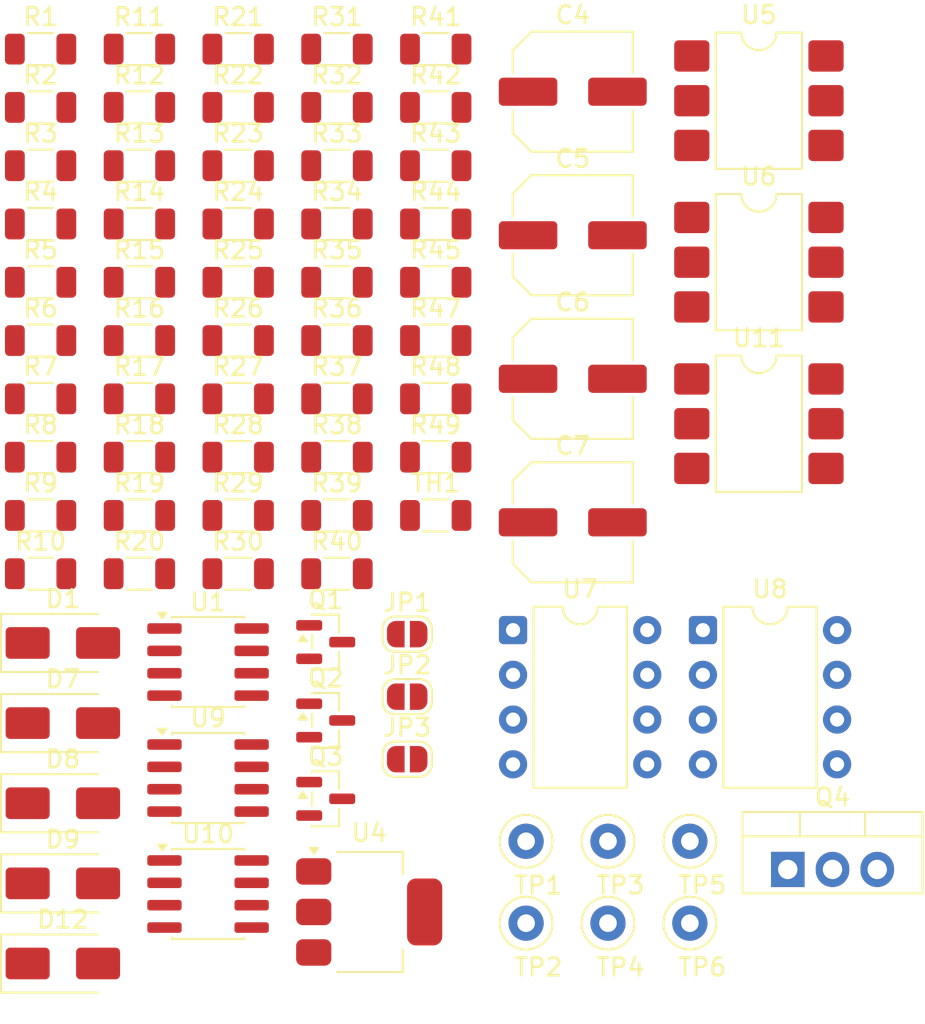
<source format=kicad_pcb>
(kicad_pcb (version 20241229) (generator "pcbnew") (generator_version "9.0")
  (layers (0 "F.Cu" signal) (2 "B.Cu" signal) (13 "F.Paste" user) (15 "B.Paste" user) (5 "F.SilkS" user "F.Silkscreen") (7 "B.SilkS" user "B.Silkscreen") (1 "F.Mask" user) (3 "B.Mask" user) (25 "Edge.Cuts" user))
  (net 0 "")
  (net 1 "GLV-")
  (net 2 "+12V")
  (net 3 "Net-(D1-K)")
  (net 4 "GLV+")
  (net 5 "+5V")
  (net 6 "Net-(D9-A)")
  (net 7 "Net-(D12-A)")
  (net 8 "/CFG0")
  (net 9 "/CFG1")
  (net 10 "/CFG2")
  (net 11 "Net-(Q1-G)")
  (net 12 "/PDOC_OK")
  (net 13 "Net-(Q2-B)")
  (net 14 "Net-(Q3-G)")
  (net 15 "Net-(Q4-D)")
  (net 16 "/SHUTDOWN")
  (net 17 "/CANH")
  (net 18 "/CANL")
  (net 19 "Net-(D2-K)")
  (net 20 "Net-(D3-K)")
  (net 21 "Net-(D4-K)")
  (net 22 "Net-(D5-K)")
  (net 23 "/PWR_OK")
  (net 24 "/SHTDN_OUT")
  (net 25 "/PRECH_STS")
  (net 26 "Net-(R10-Pad1)")
  (net 27 "/Fts")
  (net 28 "+3V3")
  (net 29 "/Faccu")
  (net 30 "GNDS")
  (net 31 "Net-(U7-IREF)")
  (net 32 "Net-(C9-Pad2)")
  (net 33 "+12P")
  (net 34 "Net-(R15-Pad2)")
  (net 35 "Net-(C10-Pad2)")
  (net 36 "Net-(U8-IREF)")
  (net 37 "Net-(R18-Pad1)")
  (net 38 "/SHTDN_CTRL")
  (net 39 "Net-(U7-IOUT)")
  (net 40 "Net-(U8-IOUT)")
  (net 41 "Net-(U7-RC)")
  (net 42 "Net-(U8-RC)")
  (net 43 "Net-(U9B--)")
  (net 44 "Net-(U7-CIN)")
  (net 45 "Net-(U10A-+)")
  (net 46 "Net-(U8-CIN)")
  (net 47 "Net-(U9A--)")
  (net 48 "Net-(U10A--)")
  (net 49 "Net-(R30-Pad1)")
  (net 50 "/VinAccu")
  (net 51 "Net-(R31-Pad2)")
  (net 52 "Net-(R32-Pad2)")
  (net 53 "/VinTS")
  (net 54 "Net-(R33-Pad2)")
  (net 55 "Net-(R34-Pad2)")
  (net 56 "Net-(R35-Pad1)")
  (net 57 "Net-(R36-Pad2)")
  (net 58 "Net-(R37-Pad2)")
  (net 59 "Net-(D10-K)")
  (net 60 "Net-(R40-Pad2)")
  (net 61 "Net-(R41-Pad2)")
  (net 62 "Net-(D11-K)")
  (net 63 "/PRECHG")
  (net 64 "/TS-")
  (net 65 "/FoutTS")
  (net 66 "/FoutAccu")
  (net 67 "/CANRX")
  (net 68 "/CANTX")
  (footprint "Package_DIP:DIP-8_W7.62mm" (layer "F.Cu") (at 29.135 34.145)
    (property "Reference" "U7" (at 3.81 -2.33 0) (layer "F.SilkS"))
    (property "Value" "LM331")
    (pad "1" thru_hole roundrect (at 0 0) (size 1.6 1.6) (drill 0.8) (layers "*.Cu" "*.Mask") (roundrect_rratio 0.15625) (net 39 "Net-(U7-IOUT)"))
    (pad "2" thru_hole circle (at 0 2.54) (size 1.6 1.6) (drill 0.8) (layers "*.Cu" "*.Mask") (net 31 "Net-(U7-IREF)"))
    (pad "3" thru_hole circle (at 0 5.08) (size 1.6 1.6) (drill 0.8) (layers "*.Cu" "*.Mask") (net 65 "/FoutTS"))
    (pad "4" thru_hole circle (at 0 7.62) (size 1.6 1.6) (drill 0.8) (layers "*.Cu" "*.Mask") (net 30 "GNDS"))
    (pad "5" thru_hole circle (at 7.62 7.62) (size 1.6 1.6) (drill 0.8) (layers "*.Cu" "*.Mask") (net 41 "Net-(U7-RC)"))
    (pad "6" thru_hole circle (at 7.62 5.08) (size 1.6 1.6) (drill 0.8) (layers "*.Cu" "*.Mask") (net 39 "Net-(U7-IOUT)"))
    (pad "7" thru_hole circle (at 7.62 2.54) (size 1.6 1.6) (drill 0.8) (layers "*.Cu" "*.Mask") (net 44 "Net-(U7-CIN)"))
    (pad "8" thru_hole circle (at 7.62 0) (size 1.6 1.6) (drill 0.8) (layers "*.Cu" "*.Mask") (net 33 "+12P"))
  )
  (footprint "Resistor_SMD:R_1206_3216Metric" (layer "F.Cu") (at 2.305 1.155)
    (property "Reference" "R1" (at 0 -1.83 0) (layer "F.SilkS"))
    (property "Value" "160")
    (pad "1" smd roundrect (at -1.4625 0) (size 1.125 1.75) (layers "F.Cu" "F.Mask" "F.Paste") (roundrect_rratio 0.222222) (net 17 "/CANH"))
    (pad "2" smd roundrect (at 1.4625 0) (size 1.125 1.75) (layers "F.Cu" "F.Mask" "F.Paste") (roundrect_rratio 0.222222) (net 18 "/CANL"))
  )
  (footprint "Resistor_SMD:R_1206_3216Metric" (layer "F.Cu") (at 13.525 14.395)
    (property "Reference" "R25" (at 0 -1.83 0) (layer "F.SilkS"))
    (property "Value" "100k")
    (pad "1" smd roundrect (at -1.4625 0) (size 1.125 1.75) (layers "F.Cu" "F.Mask" "F.Paste") (roundrect_rratio 0.222222) (net 43 "Net-(U9B--)"))
    (pad "2" smd roundrect (at 1.4625 0) (size 1.125 1.75) (layers "F.Cu" "F.Mask" "F.Paste") (roundrect_rratio 0.222222) (net 44 "Net-(U7-CIN)"))
  )
  (footprint "Diode_SMD:D_SMA" (layer "F.Cu") (at 3.57 53.075)
    (property "Reference" "D12" (at 0 -2.5 0) (layer "F.SilkS"))
    (property "Value" "D")
    (pad "1" smd roundrect (at -2 0) (size 2.5 1.8) (layers "F.Cu" "F.Mask" "F.Paste") (roundrect_rratio 0.1388888889) (net 2 "+12V"))
    (pad "2" smd roundrect (at 2 0) (size 2.5 1.8) (layers "F.Cu" "F.Mask" "F.Paste") (roundrect_rratio 0.1388888889) (net 7 "Net-(D12-A)"))
  )
  (footprint "TestPoint:TestPoint_Loop_D2.50mm_Drill1.0mm_LowProfile" (layer "F.Cu") (at 39.175 50.785)
    (property "Reference" "TP6" (at 0.7 2.5 0) (layer "F.SilkS"))
    (property "Value" "TestPoint")
    (pad "1" thru_hole circle (at 0 0) (size 2 2) (drill 1) (layers "*.Cu" "*.Mask") (net 62 "Net-(D11-K)"))
  )
  (footprint "Package_TO_SOT_THT:TO-220-3_Vertical" (layer "F.Cu") (at 44.735 47.735)
    (property "Reference" "Q4" (at 2.54 -4.1 0) (layer "F.SilkS"))
    (property "Value" "PMOS")
    (pad "1" thru_hole rect (at 0 0) (size 1.905 2) (drill 1.1) (layers "*.Cu" "*.Mask") (net 15 "Net-(Q4-D)"))
    (pad "2" thru_hole oval (at 2.54 0) (size 1.905 2) (drill 1.1) (layers "*.Cu" "*.Mask") (net 16 "/SHUTDOWN"))
    (pad "3" thru_hole oval (at 5.08 0) (size 1.905 2) (drill 1.1) (layers "*.Cu" "*.Mask") (net 4 "GLV+"))
  )
  (footprint "Resistor_SMD:R_1206_3216Metric" (layer "F.Cu") (at 19.135 17.705)
    (property "Reference" "R36" (at 0 -1.83 0) (layer "F.SilkS"))
    (property "Value" "510k")
    (pad "1" smd roundrect (at -1.4625 0) (size 1.125 1.75) (layers "F.Cu" "F.Mask" "F.Paste") (roundrect_rratio 0.222222) (net 52 "Net-(R32-Pad2)"))
    (pad "2" smd roundrect (at 1.4625 0) (size 1.125 1.75) (layers "F.Cu" "F.Mask" "F.Paste") (roundrect_rratio 0.222222) (net 57 "Net-(R36-Pad2)"))
  )
  (footprint "Resistor_SMD:R_1206_3216Metric" (layer "F.Cu") (at 2.305 21.015)
    (property "Reference" "R7" (at 0 -1.83 0) (layer "F.SilkS"))
    (property "Value" "6k8")
    (pad "1" smd roundrect (at -1.4625 0) (size 1.125 1.75) (layers "F.Cu" "F.Mask" "F.Paste") (roundrect_rratio 0.222222) (net 23 "/PWR_OK"))
    (pad "2" smd roundrect (at 1.4625 0) (size 1.125 1.75) (layers "F.Cu" "F.Mask" "F.Paste") (roundrect_rratio 0.222222) (net 1 "GLV-"))
  )
  (footprint "Resistor_SMD:R_1206_3216Metric" (layer "F.Cu") (at 24.745 27.635)
    (property "Reference" "TH1" (at 0 -1.83 0) (layer "F.SilkS"))
    (property "Value" "TFPT1206L1002FM")
    (pad "1" smd roundrect (at -1.4625 0) (size 1.125 1.75) (layers "F.Cu" "F.Mask" "F.Paste") (roundrect_rratio 0.222222) (net 48 "Net-(U10A--)"))
    (pad "2" smd roundrect (at 1.4625 0) (size 1.125 1.75) (layers "F.Cu" "F.Mask" "F.Paste") (roundrect_rratio 0.222222) (net 33 "+12P"))
  )
  (footprint "Resistor_SMD:R_1206_3216Metric" (layer "F.Cu") (at 7.915 24.325)
    (property "Reference" "R18" (at 0 -1.83 0) (layer "F.SilkS"))
    (property "Value" "560")
    (pad "1" smd roundrect (at -1.4625 0) (size 1.125 1.75) (layers "F.Cu" "F.Mask" "F.Paste") (roundrect_rratio 0.222222) (net 37 "Net-(R18-Pad1)"))
    (pad "2" smd roundrect (at 1.4625 0) (size 1.125 1.75) (layers "F.Cu" "F.Mask" "F.Paste") (roundrect_rratio 0.222222) (net 33 "+12P"))
  )
  (footprint "Package_TO_SOT_SMD:SOT-23" (layer "F.Cu") (at 18.495 43.725)
    (property "Reference" "Q3" (at 0 -2.4 0) (layer "F.SilkS"))
    (property "Value" "2N7002")
    (pad "1" smd roundrect (at -0.9375 -0.95) (size 1.475 0.6) (layers "F.Cu" "F.Mask" "F.Paste") (net 14 "Net-(Q3-G)"))
    (pad "2" smd roundrect (at -0.9375 0.95) (size 1.475 0.6) (layers "F.Cu" "F.Mask" "F.Paste") (net 1 "GLV-"))
    (pad "3" smd roundrect (at 0.9375 0) (size 1.475 0.6) (layers "F.Cu" "F.Mask" "F.Paste") (net 7 "Net-(D12-A)"))
  )
  (footprint "Resistor_SMD:R_1206_3216Metric" (layer "F.Cu") (at 2.305 30.945)
    (property "Reference" "R10" (at 0 -1.83 0) (layer "F.SilkS"))
    (property "Value" "6k8")
    (pad "1" smd roundrect (at -1.4625 0) (size 1.125 1.75) (layers "F.Cu" "F.Mask" "F.Paste") (roundrect_rratio 0.222222) (net 26 "Net-(R10-Pad1)"))
    (pad "2" smd roundrect (at 1.4625 0) (size 1.125 1.75) (layers "F.Cu" "F.Mask" "F.Paste") (roundrect_rratio 0.222222) (net 1 "GLV-"))
  )
  (footprint "TestPoint:TestPoint_Loop_D2.50mm_Drill1.0mm_LowProfile" (layer "F.Cu") (at 39.175 46.135)
    (property "Reference" "TP5" (at 0.7 2.5 0) (layer "F.SilkS"))
    (property "Value" "TestPoint")
    (pad "1" thru_hole circle (at 0 0) (size 2 2) (drill 1) (layers "*.Cu" "*.Mask") (net 59 "Net-(D10-K)"))
  )
  (footprint "Capacitor_SMD:C_Elec_6.3x5.4" (layer "F.Cu") (at 32.525 11.725)
    (property "Reference" "C5" (at 0 -4.35 0) (layer "F.SilkS"))
    (property "Value" "220u")
    (pad "1" smd roundrect (at -2.5375 0) (size 3.325 1.6) (layers "F.Cu" "F.Mask" "F.Paste") (roundrect_rratio 0.15625) (net 2 "+12V"))
    (pad "2" smd roundrect (at 2.5375 0) (size 3.325 1.6) (layers "F.Cu" "F.Mask" "F.Paste") (roundrect_rratio 0.15625) (net 1 "GLV-"))
  )
  (footprint "Package_TO_SOT_SMD:SOT-223-3_TabPin2" (layer "F.Cu") (at 20.965 50.15)
    (property "Reference" "U4" (at 0 -4.5 0) (layer "F.SilkS"))
    (property "Value" "LM1117-5.0")
    (pad "1" smd roundrect (at -3.15 -2.3) (size 2 1.5) (layers "F.Cu" "F.Mask" "F.Paste") (net 1 "GLV-"))
    (pad "2" smd roundrect (at -3.15 0) (size 2 1.5) (layers "F.Cu" "F.Mask" "F.Paste") (net 5 "+5V"))
    (pad "2" smd roundrect (at 3.15 0) (size 2 3.8) (layers "F.Cu" "F.Mask" "F.Paste") (net 5 "+5V"))
    (pad "3" smd roundrect (at -3.15 2.3) (size 2 1.5) (layers "F.Cu" "F.Mask" "F.Paste") (net 2 "+12V"))
  )
  (footprint "TestPoint:TestPoint_Loop_D2.50mm_Drill1.0mm_LowProfile" (layer "F.Cu") (at 29.875 50.785)
    (property "Reference" "TP2" (at 0.7 2.5 0) (layer "F.SilkS"))
    (property "Value" "TestPoint")
    (pad "1" thru_hole circle (at 0 0) (size 2 2) (drill 1) (layers "*.Cu" "*.Mask") (net 29 "/Faccu"))
  )
  (footprint "Resistor_SMD:R_1206_3216Metric" (layer "F.Cu") (at 19.135 27.635)
    (property "Reference" "R39" (at 0 -1.83 0) (layer "F.SilkS"))
    (property "Value" "39k")
    (pad "1" smd roundrect (at -1.4625 0) (size 1.125 1.75) (layers "F.Cu" "F.Mask" "F.Paste") (roundrect_rratio 0.222222) (net 59 "Net-(D10-K)"))
    (pad "2" smd roundrect (at 1.4625 0) (size 1.125 1.75) (layers "F.Cu" "F.Mask" "F.Paste") (roundrect_rratio 0.222222) (net 30 "GNDS"))
  )
  (footprint "Resistor_SMD:R_1206_3216Metric" (layer "F.Cu") (at 24.745 1.155)
    (property "Reference" "R41" (at 0 -1.83 0) (layer "F.SilkS"))
    (property "Value" "510k")
    (pad "1" smd roundrect (at -1.4625 0) (size 1.125 1.75) (layers "F.Cu" "F.Mask" "F.Paste") (roundrect_rratio 0.222222) (net 60 "Net-(R40-Pad2)"))
    (pad "2" smd roundrect (at 1.4625 0) (size 1.125 1.75) (layers "F.Cu" "F.Mask" "F.Paste") (roundrect_rratio 0.222222) (net 61 "Net-(R41-Pad2)"))
  )
  (footprint "Diode_SMD:D_SMA" (layer "F.Cu") (at 3.57 39.425)
    (property "Reference" "D7" (at 0 -2.5 0) (layer "F.SilkS"))
    (property "Value" "D")
    (pad "1" smd roundrect (at -2 0) (size 2.5 1.8) (layers "F.Cu" "F.Mask" "F.Paste") (roundrect_rratio 0.1388888889) (net 2 "+12V"))
    (pad "2" smd roundrect (at 2 0) (size 2.5 1.8) (layers "F.Cu" "F.Mask" "F.Paste") (roundrect_rratio 0.1388888889) (net 4 "GLV+"))
  )
  (footprint "TestPoint:TestPoint_Loop_D2.50mm_Drill1.0mm_LowProfile" (layer "F.Cu") (at 34.525 46.135)
    (property "Reference" "TP3" (at 0.7 2.5 0) (layer "F.SilkS"))
    (property "Value" "TestPoint")
    (pad "1" thru_hole circle (at 0 0) (size 2 2) (drill 1) (layers "*.Cu" "*.Mask") (net 65 "/FoutTS"))
  )
  (footprint "Resistor_SMD:R_1206_3216Metric" (layer "F.Cu") (at 13.525 24.325)
    (property "Reference" "R28" (at 0 -1.83 0) (layer "F.SilkS"))
    (property "Value" "100k")
    (pad "1" smd roundrect (at -1.4625 0) (size 1.125 1.75) (layers "F.Cu" "F.Mask" "F.Paste") (roundrect_rratio 0.222222) (net 47 "Net-(U9A--)"))
    (pad "2" smd roundrect (at 1.4625 0) (size 1.125 1.75) (layers "F.Cu" "F.Mask" "F.Paste") (roundrect_rratio 0.222222) (net 46 "Net-(U8-CIN)"))
  )
  (footprint "Resistor_SMD:R_1206_3216Metric" (layer "F.Cu") (at 7.915 1.155)
    (property "Reference" "R11" (at 0 -1.83 0) (layer "F.SilkS"))
    (property "Value" "1k5")
    (pad "1" smd roundrect (at -1.4625 0) (size 1.125 1.75) (layers "F.Cu" "F.Mask" "F.Paste") (roundrect_rratio 0.222222) (net 27 "/Fts"))
    (pad "2" smd roundrect (at 1.4625 0) (size 1.125 1.75) (layers "F.Cu" "F.Mask" "F.Paste") (roundrect_rratio 0.222222) (net 28 "+3V3"))
  )
  (footprint "Resistor_SMD:R_1206_3216Metric" (layer "F.Cu") (at 13.525 7.775)
    (property "Reference" "R23" (at 0 -1.83 0) (layer "F.SilkS"))
    (property "Value" "6k8")
    (pad "1" smd roundrect (at -1.4625 0) (size 1.125 1.75) (layers "F.Cu" "F.Mask" "F.Paste") (roundrect_rratio 0.222222) (net 41 "Net-(U7-RC)"))
    (pad "2" smd roundrect (at 1.4625 0) (size 1.125 1.75) (layers "F.Cu" "F.Mask" "F.Paste") (roundrect_rratio 0.222222) (net 33 "+12P"))
  )
  (footprint "Resistor_SMD:R_1206_3216Metric" (layer "F.Cu") (at 7.915 27.635)
    (property "Reference" "R19" (at 0 -1.83 0) (layer "F.SilkS"))
    (property "Value" "220")
    (pad "1" smd roundrect (at -1.4625 0) (size 1.125 1.75) (layers "F.Cu" "F.Mask" "F.Paste") (roundrect_rratio 0.222222) (net 11 "Net-(Q1-G)"))
    (pad "2" smd roundrect (at 1.4625 0) (size 1.125 1.75) (layers "F.Cu" "F.Mask" "F.Paste") (roundrect_rratio 0.222222) (net 38 "/SHTDN_CTRL"))
  )
  (footprint "Resistor_SMD:R_1206_3216Metric" (layer "F.Cu") (at 13.525 1.155)
    (property "Reference" "R21" (at 0 -1.83 0) (layer "F.SilkS"))
    (property "Value" "10k")
    (pad "1" smd roundrect (at -1.4625 0) (size 1.125 1.75) (layers "F.Cu" "F.Mask" "F.Paste") (roundrect_rratio 0.222222) (net 11 "Net-(Q1-G)"))
    (pad "2" smd roundrect (at 1.4625 0) (size 1.125 1.75) (layers "F.Cu" "F.Mask" "F.Paste") (roundrect_rratio 0.222222) (net 1 "GLV-"))
  )
  (footprint "Resistor_SMD:R_1206_3216Metric" (layer "F.Cu") (at 7.915 7.775)
    (property "Reference" "R13" (at 0 -1.83 0) (layer "F.SilkS"))
    (property "Value" "12k")
    (pad "1" smd roundrect (at -1.4625 0) (size 1.125 1.75) (layers "F.Cu" "F.Mask" "F.Paste") (roundrect_rratio 0.222222) (net 30 "GNDS"))
    (pad "2" smd roundrect (at 1.4625 0) (size 1.125 1.75) (layers "F.Cu" "F.Mask" "F.Paste") (roundrect_rratio 0.222222) (net 31 "Net-(U7-IREF)"))
  )
  (footprint "Package_DIP:DIP-8_W7.62mm" (layer "F.Cu") (at 39.915 34.145)
    (property "Reference" "U8" (at 3.81 -2.33 0) (layer "F.SilkS"))
    (property "Value" "LM331")
    (pad "1" thru_hole roundrect (at 0 0) (size 1.6 1.6) (drill 0.8) (layers "*.Cu" "*.Mask") (roundrect_rratio 0.15625) (net 40 "Net-(U8-IOUT)"))
    (pad "2" thru_hole circle (at 0 2.54) (size 1.6 1.6) (drill 0.8) (layers "*.Cu" "*.Mask") (net 36 "Net-(U8-IREF)"))
    (pad "3" thru_hole circle (at 0 5.08) (size 1.6 1.6) (drill 0.8) (layers "*.Cu" "*.Mask") (net 66 "/FoutAccu"))
    (pad "4" thru_hole circle (at 0 7.62) (size 1.6 1.6) (drill 0.8) (layers "*.Cu" "*.Mask") (net 30 "GNDS"))
    (pad "5" thru_hole circle (at 7.62 7.62) (size 1.6 1.6) (drill 0.8) (layers "*.Cu" "*.Mask") (net 42 "Net-(U8-RC)"))
    (pad "6" thru_hole circle (at 7.62 5.08) (size 1.6 1.6) (drill 0.8) (layers "*.Cu" "*.Mask") (net 40 "Net-(U8-IOUT)"))
    (pad "7" thru_hole circle (at 7.62 2.54) (size 1.6 1.6) (drill 0.8) (layers "*.Cu" "*.Mask") (net 46 "Net-(U8-CIN)"))
    (pad "8" thru_hole circle (at 7.62 0) (size 1.6 1.6) (drill 0.8) (layers "*.Cu" "*.Mask") (net 33 "+12P"))
  )
  (footprint "Resistor_SMD:R_1206_3216Metric" (layer "F.Cu") (at 24.745 14.395)
    (property "Reference" "R45" (at 0 -1.83 0) (layer "F.SilkS"))
    (property "Value" "10k")
    (pad "1" smd roundrect (at -1.4625 0) (size 1.125 1.75) (layers "F.Cu" "F.Mask" "F.Paste") (roundrect_rratio 0.222222) (net 12 "/PDOC_OK"))
    (pad "2" smd roundrect (at 1.4625 0) (size 1.125 1.75) (layers "F.Cu" "F.Mask" "F.Paste") (roundrect_rratio 0.222222) (net 1 "GLV-"))
  )
  (footprint "Capacitor_SMD:C_Elec_6.3x5.4" (layer "F.Cu") (at 32.525 28.025)
    (property "Reference" "C7" (at 0 -4.35 0) (layer "F.SilkS"))
    (property "Value" "220u")
    (pad "1" smd roundrect (at -2.5375 0) (size 3.325 1.6) (layers "F.Cu" "F.Mask" "F.Paste") (roundrect_rratio 0.15625) (net 2 "+12V"))
    (pad "2" smd roundrect (at 2.5375 0) (size 3.325 1.6) (layers "F.Cu" "F.Mask" "F.Paste") (roundrect_rratio 0.15625) (net 1 "GLV-"))
  )
  (footprint "Package_DIP:SMDIP-6_W7.62mm" (layer "F.Cu") (at 43.095 13.255)
    (property "Reference" "U6" (at 0 -4.87 0) (layer "F.SilkS"))
    (property "Value" "4N35")
    (pad "1" smd roundrect (at -3.81 -2.54) (size 2 1.78) (layers "F.Cu" "F.Mask" "F.Paste") (roundrect_rratio 0.140449) (net 37 "Net-(R18-Pad1)"))
    (pad "2" smd roundrect (at -3.81 0) (size 2 1.78) (layers "F.Cu" "F.Mask" "F.Paste") (roundrect_rratio 0.140449) (net 66 "/FoutAccu"))
    (pad "3" smd roundrect (at -3.81 2.54) (size 2 1.78) (layers "F.Cu" "F.Mask" "F.Paste") (roundrect_rratio 0.140449))
    (pad "4" smd roundrect (at 3.81 2.54) (size 2 1.78) (layers "F.Cu" "F.Mask" "F.Paste") (roundrect_rratio 0.140449) (net 1 "GLV-"))
    (pad "5" smd roundrect (at 3.81 0) (size 2 1.78) (layers "F.Cu" "F.Mask" "F.Paste") (roundrect_rratio 0.140449) (net 29 "/Faccu"))
    (pad "6" smd roundrect (at 3.81 -2.54) (size 2 1.78) (layers "F.Cu" "F.Mask" "F.Paste") (roundrect_rratio 0.140449))
  )
  (footprint "Resistor_SMD:R_1206_3216Metric" (layer "F.Cu") (at 2.305 7.775)
    (property "Reference" "R3" (at 0 -1.83 0) (layer "F.SilkS"))
    (property "Value" "200")
    (pad "1" smd roundrect (at -1.4625 0) (size 1.125 1.75) (layers "F.Cu" "F.Mask" "F.Paste") (roundrect_rratio 0.222222) (net 20 "Net-(D3-K)"))
    (pad "2" smd roundrect (at 1.4625 0) (size 1.125 1.75) (layers "F.Cu" "F.Mask" "F.Paste") (roundrect_rratio 0.222222) (net 1 "GLV-"))
  )
  (footprint "Resistor_SMD:R_1206_3216Metric" (layer "F.Cu") (at 24.745 11.085)
    (property "Reference" "R44" (at 0 -1.83 0) (layer "F.SilkS"))
    (property "Value" "10k")
    (pad "1" smd roundrect (at -1.4625 0) (size 1.125 1.75) (layers "F.Cu" "F.Mask" "F.Paste") (roundrect_rratio 0.222222) (net 13 "Net-(Q2-B)"))
    (pad "2" smd roundrect (at 1.4625 0) (size 1.125 1.75) (layers "F.Cu" "F.Mask" "F.Paste") (roundrect_rratio 0.222222) (net 2 "+12V"))
  )
  (footprint "Package_TO_SOT_SMD:SOT-23" (layer "F.Cu") (at 18.495 34.825)
    (property "Reference" "Q1" (at 0 -2.4 0) (layer "F.SilkS"))
    (property "Value" "2N7002")
    (pad "1" smd roundrect (at -0.9375 -0.95) (size 1.475 0.6) (layers "F.Cu" "F.Mask" "F.Paste") (net 11 "Net-(Q1-G)"))
    (pad "2" smd roundrect (at -0.9375 0.95) (size 1.475 0.6) (layers "F.Cu" "F.Mask" "F.Paste") (net 1 "GLV-"))
    (pad "3" smd roundrect (at 0.9375 0) (size 1.475 0.6) (layers "F.Cu" "F.Mask" "F.Paste") (net 6 "Net-(D9-A)"))
  )
  (footprint "Resistor_SMD:R_1206_3216Metric" (layer "F.Cu") (at 7.915 30.945)
    (property "Reference" "R20" (at 0 -1.83 0) (layer "F.SilkS"))
    (property "Value" "100k")
    (pad "1" smd roundrect (at -1.4625 0) (size 1.125 1.75) (layers "F.Cu" "F.Mask" "F.Paste") (roundrect_rratio 0.222222) (net 39 "Net-(U7-IOUT)"))
    (pad "2" smd roundrect (at 1.4625 0) (size 1.125 1.75) (layers "F.Cu" "F.Mask" "F.Paste") (roundrect_rratio 0.222222) (net 32 "Net-(C9-Pad2)"))
  )
  (footprint "Package_SO:SOIC-8_3.9x4.9mm_P1.27mm" (layer "F.Cu") (at 11.815 35.96)
    (property "Reference" "U1" (at 0 -3.4 0) (layer "F.SilkS"))
    (property "Value" "TJA1051T-3")
    (pad "1" smd roundrect (at -2.475 -1.905) (size 1.95 0.6) (layers "F.Cu" "F.Mask" "F.Paste") (net 68 "/CANTX"))
    (pad "2" smd roundrect (at -2.475 -0.635) (size 1.95 0.6) (layers "F.Cu" "F.Mask" "F.Paste") (net 1 "GLV-"))
    (pad "3" smd roundrect (at -2.475 0.635) (size 1.95 0.6) (layers "F.Cu" "F.Mask" "F.Paste") (net 5 "+5V"))
    (pad "4" smd roundrect (at -2.475 1.905) (size 1.95 0.6) (layers "F.Cu" "F.Mask" "F.Paste") (net 67 "/CANRX"))
    (pad "5" smd roundrect (at 2.475 1.905) (size 1.95 0.6) (layers "F.Cu" "F.Mask" "F.Paste") (net 28 "+3V3"))
    (pad "6" smd roundrect (at 2.475 0.635) (size 1.95 0.6) (layers "F.Cu" "F.Mask" "F.Paste") (net 18 "/CANL"))
    (pad "7" smd roundrect (at 2.475 -0.635) (size 1.95 0.6) (layers "F.Cu" "F.Mask" "F.Paste") (net 17 "/CANH"))
    (pad "8" smd roundrect (at 2.475 -1.905) (size 1.95 0.6) (layers "F.Cu" "F.Mask" "F.Paste") (net 1 "GLV-"))
  )
  (footprint "Resistor_SMD:R_1206_3216Metric" (layer "F.Cu") (at 2.305 11.085)
    (property "Reference" "R4" (at 0 -1.83 0) (layer "F.SilkS"))
    (property "Value" "200")
    (pad "1" smd roundrect (at -1.4625 0) (size 1.125 1.75) (layers "F.Cu" "F.Mask" "F.Paste") (roundrect_rratio 0.222222) (net 21 "Net-(D4-K)"))
    (pad "2" smd roundrect (at 1.4625 0) (size 1.125 1.75) (layers "F.Cu" "F.Mask" "F.Paste") (roundrect_rratio 0.222222) (net 1 "GLV-"))
  )
  (footprint "Diode_SMD:D_SMA" (layer "F.Cu") (at 3.57 43.975)
    (property "Reference" "D8" (at 0 -2.5 0) (layer "F.SilkS"))
    (property "Value" "D")
    (pad "1" smd roundrect (at -2 0) (size 2.5 1.8) (layers "F.Cu" "F.Mask" "F.Paste") (roundrect_rratio 0.1388888889) (net 2 "+12V"))
    (pad "2" smd roundrect (at 2 0) (size 2.5 1.8) (layers "F.Cu" "F.Mask" "F.Paste") (roundrect_rratio 0.1388888889) (net 5 "+5V"))
  )
  (footprint "Package_SO:SOIC-8_3.9x4.9mm_P1.27mm" (layer "F.Cu") (at 11.815 42.545)
    (property "Reference" "U9" (at 0 -3.4 0) (layer "F.SilkS"))
    (property "Value" "LM2904")
    (pad "1" smd roundrect (at -2.475 -1.905) (size 1.95 0.6) (layers "F.Cu" "F.Mask" "F.Paste") (net 47 "Net-(U9A--)"))
    (pad "2" smd roundrect (at -2.475 -0.635) (size 1.95 0.6) (layers "F.Cu" "F.Mask" "F.Paste") (net 47 "Net-(U9A--)"))
    (pad "3" smd roundrect (at -2.475 0.635) (size 1.95 0.6) (layers "F.Cu" "F.Mask" "F.Paste") (net 59 "Net-(D10-K)"))
    (pad "4" smd roundrect (at -2.475 1.905) (size 1.95 0.6) (layers "F.Cu" "F.Mask" "F.Paste") (net 30 "GNDS"))
    (pad "5" smd roundrect (at 2.475 1.905) (size 1.95 0.6) (layers "F.Cu" "F.Mask" "F.Paste") (net 62 "Net-(D11-K)"))
    (pad "6" smd roundrect (at 2.475 0.635) (size 1.95 0.6) (layers "F.Cu" "F.Mask" "F.Paste") (net 43 "Net-(U9B--)"))
    (pad "7" smd roundrect (at 2.475 -0.635) (size 1.95 0.6) (layers "F.Cu" "F.Mask" "F.Paste") (net 43 "Net-(U9B--)"))
    (pad "8" smd roundrect (at 2.475 -1.905) (size 1.95 0.6) (layers "F.Cu" "F.Mask" "F.Paste") (net 33 "+12P"))
  )
  (footprint "Resistor_SMD:R_1206_3216Metric" (layer "F.Cu") (at 2.305 24.325)
    (property "Reference" "R8" (at 0 -1.83 0) (layer "F.SilkS"))
    (property "Value" "10k")
    (pad "1" smd roundrect (at -1.4625 0) (size 1.125 1.75) (layers "F.Cu" "F.Mask" "F.Paste") (roundrect_rratio 0.222222) (net 25 "/PRECH_STS"))
    (pad "2" smd roundrect (at 1.4625 0) (size 1.125 1.75) (layers "F.Cu" "F.Mask" "F.Paste") (roundrect_rratio 0.222222) (net 24 "/SHTDN_OUT"))
  )
  (footprint "Resistor_SMD:R_1206_3216Metric" (layer "F.Cu") (at 19.135 11.085)
    (property "Reference" "R34" (at 0 -1.83 0) (layer "F.SilkS"))
    (property "Value" "510k")
    (pad "1" smd roundrect (at -1.4625 0) (size 1.125 1.75) (layers "F.Cu" "F.Mask" "F.Paste") (roundrect_rratio 0.222222) (net 54 "Net-(R33-Pad2)"))
    (pad "2" smd roundrect (at 1.4625 0) (size 1.125 1.75) (layers "F.Cu" "F.Mask" "F.Paste") (roundrect_rratio 0.222222) (net 55 "Net-(R34-Pad2)"))
  )
  (footprint "Resistor_SMD:R_1206_3216Metric" (layer "F.Cu") (at 19.135 7.775)
    (property "Reference" "R33" (at 0 -1.83 0) (layer "F.SilkS"))
    (property "Value" "510k")
    (pad "1" smd roundrect (at -1.4625 0) (size 1.125 1.75) (layers "F.Cu" "F.Mask" "F.Paste") (roundrect_rratio 0.222222) (net 53 "/VinTS"))
    (pad "2" smd roundrect (at 1.4625 0) (size 1.125 1.75) (layers "F.Cu" "F.Mask" "F.Paste") (roundrect_rratio 0.222222) (net 54 "Net-(R33-Pad2)"))
  )
  (footprint "Diode_SMD:D_SMA" (layer "F.Cu") (at 3.57 48.525)
    (property "Reference" "D9" (at 0 -2.5 0) (layer "F.SilkS"))
    (property "Value" "D")
    (pad "1" smd roundrect (at -2 0) (size 2.5 1.8) (layers "F.Cu" "F.Mask" "F.Paste") (roundrect_rratio 0.1388888889) (net 2 "+12V"))
    (pad "2" smd roundrect (at 2 0) (size 2.5 1.8) (layers "F.Cu" "F.Mask" "F.Paste") (roundrect_rratio 0.1388888889) (net 6 "Net-(D9-A)"))
  )
  (footprint "Resistor_SMD:R_1206_3216Metric" (layer "F.Cu") (at 19.135 1.155)
    (property "Reference" "R31" (at 0 -1.83 0) (layer "F.SilkS"))
    (property "Value" "510k")
    (pad "1" smd roundrect (at -1.4625 0) (size 1.125 1.75) (layers "F.Cu" "F.Mask" "F.Paste") (roundrect_rratio 0.222222) (net 50 "/VinAccu"))
    (pad "2" smd roundrect (at 1.4625 0) (size 1.125 1.75) (layers "F.Cu" "F.Mask" "F.Paste") (roundrect_rratio 0.222222) (net 51 "Net-(R31-Pad2)"))
  )
  (footprint "Package_SO:SOIC-8_3.9x4.9mm_P1.27mm" (layer "F.Cu") (at 11.815 49.13)
    (property "Reference" "U10" (at 0 -3.4 0) (layer "F.SilkS"))
    (property "Value" "LM393")
    (pad "1" smd roundrect (at -2.475 -1.905) (size 1.95 0.6) (layers "F.Cu" "F.Mask" "F.Paste") (net 49 "Net-(R30-Pad1)"))
    (pad "2" smd roundrect (at -2.475 -0.635) (size 1.95 0.6) (layers "F.Cu" "F.Mask" "F.Paste") (net 48 "Net-(U10A--)"))
    (pad "3" smd roundrect (at -2.475 0.635) (size 1.95 0.6) (layers "F.Cu" "F.Mask" "F.Paste") (net 45 "Net-(U10A-+)"))
    (pad "4" smd roundrect (at -2.475 1.905) (size 1.95 0.6) (layers "F.Cu" "F.Mask" "F.Paste") (net 30 "GNDS"))
    (pad "5" smd roundrect (at 2.475 1.905) (size 1.95 0.6) (layers "F.Cu" "F.Mask" "F.Paste") (net 30 "GNDS"))
    (pad "6" smd roundrect (at 2.475 0.635) (size 1.95 0.6) (layers "F.Cu" "F.Mask" "F.Paste") (net 33 "+12P"))
    (pad "7" smd roundrect (at 2.475 -0.635) (size 1.95 0.6) (layers "F.Cu" "F.Mask" "F.Paste"))
    (pad "8" smd roundrect (at 2.475 -1.905) (size 1.95 0.6) (layers "F.Cu" "F.Mask" "F.Paste") (net 33 "+12P"))
  )
  (footprint "Package_DIP:SMDIP-6_W7.62mm" (layer "F.Cu") (at 43.095 4.085)
    (property "Reference" "U5" (at 0 -4.87 0) (layer "F.SilkS"))
    (property "Value" "4N35")
    (pad "1" smd roundrect (at -3.81 -2.54) (size 2 1.78) (layers "F.Cu" "F.Mask" "F.Paste") (roundrect_rratio 0.140449) (net 34 "Net-(R15-Pad2)"))
    (pad "2" smd roundrect (at -3.81 0) (size 2 1.78) (layers "F.Cu" "F.Mask" "F.Paste") (roundrect_rratio 0.140449) (net 65 "/FoutTS"))
    (pad "3" smd roundrect (at -3.81 2.54) (size 2 1.78) (layers "F.Cu" "F.Mask" "F.Paste") (roundrect_rratio 0.140449))
    (pad "4" smd roundrect (at 3.81 2.54) (size 2 1.78) (layers "F.Cu" "F.Mask" "F.Paste") (roundrect_rratio 0.140449) (net 1 "GLV-"))
    (pad "5" smd roundrect (at 3.81 0) (size 2 1.78) (layers "F.Cu" "F.Mask" "F.Paste") (roundrect_rratio 0.140449) (net 27 "/Fts"))
    (pad "6" smd roundrect (at 3.81 -2.54) (size 2 1.78) (layers "F.Cu" "F.Mask" "F.Paste") (roundrect_rratio 0.140449))
  )
  (footprint "Resistor_SMD:R_1206_3216Metric" (layer "F.Cu") (at 19.135 24.325)
    (property "Reference" "R38" (at 0 -1.83 0) (layer "F.SilkS"))
    (property "Value" "510k")
    (pad "1" smd roundrect (at -1.4625 0) (size 1.125 1.75) (layers "F.Cu" "F.Mask" "F.Paste") (roundrect_rratio 0.222222) (net 58 "Net-(R37-Pad2)"))
    (pad "2" smd roundrect (at 1.4625 0) (size 1.125 1.75) (layers "F.Cu" "F.Mask" "F.Paste") (roundrect_rratio 0.222222) (net 59 "Net-(D10-K)"))
  )
  (footprint "Resistor_SMD:R_1206_3216Metric" (layer "F.Cu") (at 24.745 21.015)
    (property "Reference" "R48" (at 0 -1.83 0) (layer "F.SilkS"))
    (property "Value" "10k")
    (pad "1" smd roundrect (at -1.4625 0) (size 1.125 1.75) (layers "F.Cu" "F.Mask" "F.Paste") (roundrect_rratio 0.222222) (net 14 "Net-(Q3-G)"))
    (pad "2" smd roundrect (at 1.4625 0) (size 1.125 1.75) (layers "F.Cu" "F.Mask" "F.Paste") (roundrect_rratio 0.222222) (net 1 "GLV-"))
  )
  (footprint "Jumper:SolderJumper-2_P1.3mm_Open_RoundedPad1.0x1.5mm" (layer "F.Cu") (at 23.125 41.475)
    (property "Reference" "JP3" (at 0 -1.8 0) (layer "F.SilkS"))
    (property "Value" "SolderJumper_2_Open")
    (pad "1" smd custom (at -0.65 0) (size 1 0.5) (layers "F.Cu" "F.Mask") (net 10 "/CFG2") (options (clearance outline) (anchor rect)) (primitives (gr_circle (center 0 0.25) (end 0.5 0.25) (width 0) (fill yes)) (gr_circle (center 0 -0.25) (end 0.5 -0.25) (width 0) (fill yes)) (gr_poly (pts (xy 0.5 0.75) (xy 0 0.75) (xy 0 -0.75) (xy 0.5 -0.75)) (width 0) (fill yes))))
    (pad "2" smd custom (at 0.65 0) (size 1 0.5) (layers "F.Cu" "F.Mask") (net 1 "GLV-") (options (clearance outline) (anchor rect)) (primitives (gr_circle (center 0 0.25) (end 0.5 0.25) (width 0) (fill yes)) (gr_circle (center 0 -0.25) (end 0.5 -0.25) (width 0) (fill yes)) (gr_poly (pts (xy 0 0.75) (xy -0.5 0.75) (xy -0.5 -0.75) (xy 0 -0.75)) (width 0) (fill yes))))
  )
  (footprint "Resistor_SMD:R_1206_3216Metric" (layer "F.Cu") (at 7.915 14.395)
    (property "Reference" "R15" (at 0 -1.83 0) (layer "F.SilkS"))
    (property "Value" "560")
    (pad "1" smd roundrect (at -1.4625 0) (size 1.125 1.75) (layers "F.Cu" "F.Mask" "F.Paste") (roundrect_rratio 0.222222) (net 33 "+12P"))
    (pad "2" smd roundrect (at 1.4625 0) (size 1.125 1.75) (layers "F.Cu" "F.Mask" "F.Paste") (roundrect_rratio 0.222222) (net 34 "Net-(R15-Pad2)"))
  )
  (footprint "TestPoint:TestPoint_Loop_D2.50mm_Drill1.0mm_LowProfile" (layer "F.Cu") (at 34.525 50.785)
    (property "Reference" "TP4" (at 0.7 2.5 0) (layer "F.SilkS"))
    (property "Value" "TestPoint")
    (pad "1" thru_hole circle (at 0 0) (size 2 2) (drill 1) (layers "*.Cu" "*.Mask") (net 66 "/FoutAccu"))
  )
  (footprint "Resistor_SMD:R_1206_3216Metric" (layer "F.Cu") (at 24.745 7.775)
    (property "Reference" "R43" (at 0 -1.83 0) (layer "F.SilkS"))
    (property "Value" "39k")
    (pad "1" smd roundrect (at -1.4625 0) (size 1.125 1.75) (layers "F.Cu" "F.Mask" "F.Paste") (roundrect_rratio 0.222222) (net 62 "Net-(D11-K)"))
    (pad "2" smd roundrect (at 1.4625 0) (size 1.125 1.75) (layers "F.Cu" "F.Mask" "F.Paste") (roundrect_rratio 0.222222) (net 30 "GNDS"))
  )
  (footprint "Jumper:SolderJumper-2_P1.3mm_Open_RoundedPad1.0x1.5mm" (layer "F.Cu") (at 23.125 34.375)
    (property "Reference" "JP1" (at 0 -1.8 0) (layer "F.SilkS"))
    (property "Value" "SolderJumper_2_Open")
    (pad "1" smd custom (at -0.65 0) (size 1 0.5) (layers "F.Cu" "F.Mask") (net 8 "/CFG0") (options (clearance outline) (anchor rect)) (primitives (gr_circle (center 0 0.25) (end 0.5 0.25) (width 0) (fill yes)) (gr_circle (center 0 -0.25) (end 0.5 -0.25) (width 0) (fill yes)) (gr_poly (pts (xy 0.5 0.75) (xy 0 0.75) (xy 0 -0.75) (xy 0.5 -0.75)) (width 0) (fill yes))))
    (pad "2" smd custom (at 0.65 0) (size 1 0.5) (layers "F.Cu" "F.Mask") (net 1 "GLV-") (options (clearance outline) (anchor rect)) (primitives (gr_circle (center 0 0.25) (end 0.5 0.25) (width 0) (fill yes)) (gr_circle (center 0 -0.25) (end 0.5 -0.25) (width 0) (fill yes)) (gr_poly (pts (xy 0 0.75) (xy -0.5 0.75) (xy -0.5 -0.75) (xy 0 -0.75)) (width 0) (fill yes))))
  )
  (footprint "Resistor_SMD:R_1206_3216Metric" (layer "F.Cu") (at 24.745 4.465)
    (property "Reference" "R42" (at 0 -1.83 0) (layer "F.SilkS"))
    (property "Value" "510k")
    (pad "1" smd roundrect (at -1.4625 0) (size 1.125 1.75) (layers "F.Cu" "F.Mask" "F.Paste") (roundrect_rratio 0.222222) (net 61 "Net-(R41-Pad2)"))
    (pad "2" smd roundrect (at 1.4625 0) (size 1.125 1.75) (layers "F.Cu" "F.Mask" "F.Paste") (roundrect_rratio 0.222222) (net 62 "Net-(D11-K)"))
  )
  (footprint "Resistor_SMD:R_1206_3216Metric" (layer "F.Cu") (at 13.525 11.085)
    (property "Reference" "R24" (at 0 -1.83 0) (layer "F.SilkS"))
    (property "Value" "6k8")
    (pad "1" smd roundrect (at -1.4625 0) (size 1.125 1.75) (layers "F.Cu" "F.Mask" "F.Paste") (roundrect_rratio 0.222222) (net 42 "Net-(U8-RC)"))
    (pad "2" smd roundrect (at 1.4625 0) (size 1.125 1.75) (layers "F.Cu" "F.Mask" "F.Paste") (roundrect_rratio 0.222222) (net 33 "+12P"))
  )
  (footprint "Jumper:SolderJumper-2_P1.3mm_Open_RoundedPad1.0x1.5mm" (layer "F.Cu") (at 23.125 37.925)
    (property "Reference" "JP2" (at 0 -1.8 0) (layer "F.SilkS"))
    (property "Value" "SolderJumper_2_Open")
    (pad "1" smd custom (at -0.65 0) (size 1 0.5) (layers "F.Cu" "F.Mask") (net 9 "/CFG1") (options (clearance outline) (anchor rect)) (primitives (gr_circle (center 0 0.25) (end 0.5 0.25) (width 0) (fill yes)) (gr_circle (center 0 -0.25) (end 0.5 -0.25) (width 0) (fill yes)) (gr_poly (pts (xy 0.5 0.75) (xy 0 0.75) (xy 0 -0.75) (xy 0.5 -0.75)) (width 0) (fill yes))))
    (pad "2" smd custom (at 0.65 0) (size 1 0.5) (layers "F.Cu" "F.Mask") (net 1 "GLV-") (options (clearance outline) (anchor rect)) (primitives (gr_circle (center 0 0.25) (end 0.5 0.25) (width 0) (fill yes)) (gr_circle (center 0 -0.25) (end 0.5 -0.25) (width 0) (fill yes)) (gr_poly (pts (xy 0 0.75) (xy -0.5 0.75) (xy -0.5 -0.75) (xy 0 -0.75)) (width 0) (fill yes))))
  )
  (footprint "Resistor_SMD:R_1206_3216Metric" (layer "F.Cu") (at 7.915 4.465)
    (property "Reference" "R12" (at 0 -1.83 0) (layer "F.SilkS"))
    (property "Value" "1k5")
    (pad "1" smd roundrect (at -1.4625 0) (size 1.125 1.75) (layers "F.Cu" "F.Mask" "F.Paste") (roundrect_rratio 0.222222) (net 29 "/Faccu"))
    (pad "2" smd roundrect (at 1.4625 0) (size 1.125 1.75) (layers "F.Cu" "F.Mask" "F.Paste") (roundrect_rratio 0.222222) (net 28 "+3V3"))
  )
  (footprint "Resistor_SMD:R_1206_3216Metric" (layer "F.Cu") (at 24.745 24.325)
    (property "Reference" "R49" (at 0 -1.83 0) (layer "F.SilkS"))
    (property "Value" "0")
    (pad "1" smd roundrect (at -1.4625 0) (size 1.125 1.75) (layers "F.Cu" "F.Mask" "F.Paste") (roundrect_rratio 0.222222) (net 64 "/TS-"))
    (pad "2" smd roundrect (at 1.4625 0) (size 1.125 1.75) (layers "F.Cu" "F.Mask" "F.Paste") (roundrect_rratio 0.222222) (net 30 "GNDS"))
  )
  (footprint "Resistor_SMD:R_1206_3216Metric" (layer "F.Cu") (at 13.525 27.635)
    (property "Reference" "R29" (at 0 -1.83 0) (layer "F.SilkS"))
    (property "Value" "10k")
    (pad "1" smd roundrect (at -1.4625 0) (size 1.125 1.75) (layers "F.Cu" "F.Mask" "F.Paste") (roundrect_rratio 0.222222) (net 48 "Net-(U10A--)"))
    (pad "2" smd roundrect (at 1.4625 0) (size 1.125 1.75) (layers "F.Cu" "F.Mask" "F.Paste") (roundrect_rratio 0.222222) (net 30 "GNDS"))
  )
  (footprint "Package_TO_SOT_SMD:SOT-23" (layer "F.Cu") (at 18.495 39.275)
    (property "Reference" "Q2" (at 0 -2.4 0) (layer "F.SilkS"))
    (property "Value" "MMBT3906")
    (pad "1" smd roundrect (at -0.9375 -0.95) (size 1.475 0.6) (layers "F.Cu" "F.Mask" "F.Paste") (net 13 "Net-(Q2-B)"))
    (pad "2" smd roundrect (at -0.9375 0.95) (size 1.475 0.6) (layers "F.Cu" "F.Mask" "F.Paste") (net 2 "+12V"))
    (pad "3" smd roundrect (at 0.9375 0) (size 1.475 0.6) (layers "F.Cu" "F.Mask" "F.Paste") (net 12 "/PDOC_OK"))
  )
  (footprint "Resistor_SMD:R_1206_3216Metric" (layer "F.Cu") (at 7.915 17.705)
    (property "Reference" "R16" (at 0 -1.83 0) (layer "F.SilkS"))
    (property "Value" "47")
    (pad "1" smd roundrect (at -1.4625 0) (size 1.125 1.75) (layers "F.Cu" "F.Mask" "F.Paste") (roundrect_rratio 0.222222) (net 30 "GNDS"))
    (pad "2" smd roundrect (at 1.4625 0) (size 1.125 1.75) (layers "F.Cu" "F.Mask" "F.Paste") (roundrect_rratio 0.222222) (net 35 "Net-(C10-Pad2)"))
  )
  (footprint "Diode_SMD:D_SMA" (layer "F.Cu") (at 3.57 34.875)
    (property "Reference" "D1" (at 0 -2.5 0) (layer "F.SilkS"))
    (property "Value" "D")
    (pad "1" smd roundrect (at -2 0) (size 2.5 1.8) (layers "F.Cu" "F.Mask" "F.Paste") (roundrect_rratio 0.1388888889) (net 3 "Net-(D1-K)"))
    (pad "2" smd roundrect (at 2 0) (size 2.5 1.8) (layers "F.Cu" "F.Mask" "F.Paste") (roundrect_rratio 0.1388888889) (net 4 "GLV+"))
  )
  (footprint "Resistor_SMD:R_1206_3216Metric" (layer "F.Cu") (at 13.525 4.465)
    (property "Reference" "R22" (at 0 -1.83 0) (layer "F.SilkS"))
    (property "Value" "100k")
    (pad "1" smd roundrect (at -1.4625 0) (size 1.125 1.75) (layers "F.Cu" "F.Mask" "F.Paste") (roundrect_rratio 0.222222) (net 40 "Net-(U8-IOUT)"))
    (pad "2" smd roundrect (at 1.4625 0) (size 1.125 1.75) (layers "F.Cu" "F.Mask" "F.Paste") (roundrect_rratio 0.222222) (net 35 "Net-(C10-Pad2)"))
  )
  (footprint "Resistor_SMD:R_1206_3216Metric" (layer "F.Cu") (at 19.135 4.465)
    (property "Reference" "R32" (at 0 -1.83 0) (layer "F.SilkS"))
    (property "Value" "510k")
    (pad "1" smd roundrect (at -1.4625 0) (size 1.125 1.75) (layers "F.Cu" "F.Mask" "F.Paste") (roundrect_rratio 0.222222) (net 51 "Net-(R31-Pad2)"))
    (pad "2" smd roundrect (at 1.4625 0) (size 1.125 1.75) (layers "F.Cu" "F.Mask" "F.Paste") (roundrect_rratio 0.222222) (net 52 "Net-(R32-Pad2)"))
  )
  (footprint "Capacitor_SMD:C_Elec_6.3x5.4" (layer "F.Cu") (at 32.525 19.875)
    (property "Reference" "C6" (at 0 -4.35 0) (layer "F.SilkS"))
    (property "Value" "220u")
    (pad "1" smd roundrect (at -2.5375 0) (size 3.325 1.6) (layers "F.Cu" "F.Mask" "F.Paste") (roundrect_rratio 0.15625) (net 2 "+12V"))
    (pad "2" smd roundrect (at 2.5375 0) (size 3.325 1.6) (layers "F.Cu" "F.Mask" "F.Paste") (roundrect_rratio 0.15625) (net 1 "GLV-"))
  )
  (footprint "Resistor_SMD:R_1206_3216Metric" (layer "F.Cu") (at 2.305 4.465)
    (property "Reference" "R2" (at 0 -1.83 0) (layer "F.SilkS"))
    (property "Value" "200")
    (pad "1" smd roundrect (at -1.4625 0) (size 1.125 1.75) (layers "F.Cu" "F.Mask" "F.Paste") (roundrect_rratio 0.222222) (net 19 "Net-(D2-K)"))
    (pad "2" smd roundrect (at 1.4625 0) (size 1.125 1.75) (layers "F.Cu" "F.Mask" "F.Paste") (roundrect_rratio 0.222222) (net 1 "GLV-"))
  )
  (footprint "Capacitor_SMD:C_Elec_6.3x5.4" (layer "F.Cu") (at 32.525 3.575)
    (property "Reference" "C4" (at 0 -4.35 0) (layer "F.SilkS"))
    (property "Value" "220u")
    (pad "1" smd roundrect (at -2.5375 0) (size 3.325 1.6) (layers "F.Cu" "F.Mask" "F.Paste") (roundrect_rratio 0.15625) (net 2 "+12V"))
    (pad "2" smd roundrect (at 2.5375 0) (size 3.325 1.6) (layers "F.Cu" "F.Mask" "F.Paste") (roundrect_rratio 0.15625) (net 1 "GLV-"))
  )
  (footprint "TestPoint:TestPoint_Loop_D2.50mm_Drill1.0mm_LowProfile" (layer "F.Cu") (at 29.875 46.135)
    (property "Reference" "TP1" (at 0.7 2.5 0) (layer "F.SilkS"))
    (property "Value" "TestPoint")
    (pad "1" thru_hole circle (at 0 0) (size 2 2) (drill 1) (layers "*.Cu" "*.Mask") (net 27 "/Fts"))
  )
  (footprint "Resistor_SMD:R_1206_3216Metric" (layer "F.Cu") (at 19.135 14.395)
    (property "Reference" "R35" (at 0 -1.83 0) (layer "F.SilkS"))
    (property "Value" "2k2")
    (pad "1" smd roundrect (at -1.4625 0) (size 1.125 1.75) (layers "F.Cu" "F.Mask" "F.Paste") (roundrect_rratio 0.222222) (net 56 "Net-(R35-Pad1)"))
    (pad "2" smd roundrect (at 1.4625 0) (size 1.125 1.75) (layers "F.Cu" "F.Mask" "F.Paste") (roundrect_rratio 0.222222) (net 49 "Net-(R30-Pad1)"))
  )
  (footprint "Resistor_SMD:R_1206_3216Metric" (layer "F.Cu") (at 7.915 21.015)
    (property "Reference" "R17" (at 0 -1.83 0) (layer "F.SilkS"))
    (property "Value" "12k")
    (pad "1" smd roundrect (at -1.4625 0) (size 1.125 1.75) (layers "F.Cu" "F.Mask" "F.Paste") (roundrect_rratio 0.222222) (net 30 "GNDS"))
    (pad "2" smd roundrect (at 1.4625 0) (size 1.125 1.75) (layers "F.Cu" "F.Mask" "F.Paste") (roundrect_rratio 0.222222) (net 36 "Net-(U8-IREF)"))
  )
  (footprint "Resistor_SMD:R_1206_3216Metric" (layer "F.Cu") (at 2.305 27.635)
    (property "Reference" "R9" (at 0 -1.83 0) (layer "F.SilkS"))
    (property "Value" "20k")
    (pad "1" smd roundrect (at -1.4625 0) (size 1.125 1.75) (layers "F.Cu" "F.Mask" "F.Paste") (roundrect_rratio 0.222222) (net 12 "/PDOC_OK"))
    (pad "2" smd roundrect (at 1.4625 0) (size 1.125 1.75) (layers "F.Cu" "F.Mask" "F.Paste") (roundrect_rratio 0.222222) (net 26 "Net-(R10-Pad1)"))
  )
  (footprint "Resistor_SMD:R_1206_3216Metric" (layer "F.Cu") (at 13.525 30.945)
    (property "Reference" "R30" (at 0 -1.83 0) (layer "F.SilkS"))
    (property "Value" "500k")
    (pad "1" smd roundrect (at -1.4625 0) (size 1.125 1.75) (layers "F.Cu" "F.Mask" "F.Paste") (roundrect_rratio 0.222222) (net 49 "Net-(R30-Pad1)"))
    (pad "2" smd roundrect (at 1.4625 0) (size 1.125 1.75) (layers "F.Cu" "F.Mask" "F.Paste") (roundrect_rratio 0.222222) (net 45 "Net-(U10A-+)"))
  )
  (footprint "Package_DIP:SMDIP-6_W7.62mm" (layer "F.Cu") (at 43.095 22.425)
    (property "Reference" "U11" (at 0 -4.87 0) (layer "F.SilkS"))
    (property "Value" "4N35")
    (pad "1" smd roundrect (at -3.81 -2.54) (size 2 1.78) (layers "F.Cu" "F.Mask" "F.Paste") (roundrect_rratio 0.140449) (net 33 "+12P"))
    (pad "2" smd roundrect (at -3.81 0) (size 2 1.78) (layers "F.Cu" "F.Mask" "F.Paste") (roundrect_rratio 0.140449) (net 56 "Net-(R35-Pad1)"))
    (pad "3" smd roundrect (at -3.81 2.54) (size 2 1.78) (layers "F.Cu" "F.Mask" "F.Paste") (roundrect_rratio 0.140449))
    (pad "4" smd roundrect (at 3.81 2.54) (size 2 1.78) (layers "F.Cu" "F.Mask" "F.Paste") (roundrect_rratio 0.140449) (net 1 "GLV-"))
    (pad "5" smd roundrect (at 3.81 0) (size 2 1.78) (layers "F.Cu" "F.Mask" "F.Paste") (roundrect_rratio 0.140449) (net 13 "Net-(Q2-B)"))
    (pad "6" smd roundrect (at 3.81 -2.54) (size 2 1.78) (layers "F.Cu" "F.Mask" "F.Paste") (roundrect_rratio 0.140449))
  )
  (footprint "Resistor_SMD:R_1206_3216Metric" (layer "F.Cu") (at 19.135 21.015)
    (property "Reference" "R37" (at 0 -1.83 0) (layer "F.SilkS"))
    (property "Value" "510k")
    (pad "1" smd roundrect (at -1.4625 0) (size 1.125 1.75) (layers "F.Cu" "F.Mask" "F.Paste") (roundrect_rratio 0.222222) (net 57 "Net-(R36-Pad2)"))
    (pad "2" smd roundrect (at 1.4625 0) (size 1.125 1.75) (layers "F.Cu" "F.Mask" "F.Paste") (roundrect_rratio 0.222222) (net 58 "Net-(R37-Pad2)"))
  )
  (footprint "Resistor_SMD:R_1206_3216Metric" (layer "F.Cu") (at 24.745 17.705)
    (property "Reference" "R47" (at 0 -1.83 0) (layer "F.SilkS"))
    (property "Value" "220")
    (pad "1" smd roundrect (at -1.4625 0) (size 1.125 1.75) (layers "F.Cu" "F.Mask" "F.Paste") (roundrect_rratio 0.222222) (net 63 "/PRECHG"))
    (pad "2" smd roundrect (at 1.4625 0) (size 1.125 1.75) (layers "F.Cu" "F.Mask" "F.Paste") (roundrect_rratio 0.222222) (net 14 "Net-(Q3-G)"))
  )
  (footprint "Resistor_SMD:R_1206_3216Metric" (layer "F.Cu") (at 13.525 21.015)
    (property "Reference" "R27" (at 0 -1.83 0) (layer "F.SilkS"))
    (property "Value" "10k")
    (pad "1" smd roundrect (at -1.4625 0) (size 1.125 1.75) (layers "F.Cu" "F.Mask" "F.Paste") (roundrect_rratio 0.222222) (net 45 "Net-(U10A-+)"))
    (pad "2" smd roundrect (at 1.4625 0) (size 1.125 1.75) (layers "F.Cu" "F.Mask" "F.Paste") (roundrect_rratio 0.222222) (net 30 "GNDS"))
  )
  (footprint "Resistor_SMD:R_1206_3216Metric" (layer "F.Cu") (at 2.305 14.395)
    (property "Reference" "R5" (at 0 -1.83 0) (layer "F.SilkS"))
    (property "Value" "200")
    (pad "1" smd roundrect (at -1.4625 0) (size 1.125 1.75) (layers "F.Cu" "F.Mask" "F.Paste") (roundrect_rratio 0.222222) (net 22 "Net-(D5-K)"))
    (pad "2" smd roundrect (at 1.4625 0) (size 1.125 1.75) (layers "F.Cu" "F.Mask" "F.Paste") (roundrect_rratio 0.222222) (net 1 "GLV-"))
  )
  (footprint "Resistor_SMD:R_1206_3216Metric" (layer "F.Cu") (at 2.305 17.705)
    (property "Reference" "R6" (at 0 -1.83 0) (layer "F.SilkS"))
    (property "Value" "20k")
    (pad "1" smd roundrect (at -1.4625 0) (size 1.125 1.75) (layers "F.Cu" "F.Mask" "F.Paste") (roundrect_rratio 0.222222) (net 3 "Net-(D1-K)"))
    (pad "2" smd roundrect (at 1.4625 0) (size 1.125 1.75) (layers "F.Cu" "F.Mask" "F.Paste") (roundrect_rratio 0.222222) (net 23 "/PWR_OK"))
  )
  (footprint "Resistor_SMD:R_1206_3216Metric" (layer "F.Cu") (at 19.135 30.945)
    (property "Reference" "R40" (at 0 -1.83 0) (layer "F.SilkS"))
    (property "Value" "510k")
    (pad "1" smd roundrect (at -1.4625 0) (size 1.125 1.75) (layers "F.Cu" "F.Mask" "F.Paste") (roundrect_rratio 0.222222) (net 55 "Net-(R34-Pad2)"))
    (pad "2" smd roundrect (at 1.4625 0) (size 1.125 1.75) (layers "F.Cu" "F.Mask" "F.Paste") (roundrect_rratio 0.222222) (net 60 "Net-(R40-Pad2)"))
  )
  (footprint "Resistor_SMD:R_1206_3216Metric" (layer "F.Cu") (at 7.915 11.085)
    (property "Reference" "R14" (at 0 -1.83 0) (layer "F.SilkS"))
    (property "Value" "47")
    (pad "1" smd roundrect (at -1.4625 0) (size 1.125 1.75) (layers "F.Cu" "F.Mask" "F.Paste") (roundrect_rratio 0.222222) (net 30 "GNDS"))
    (pad "2" smd roundrect (at 1.4625 0) (size 1.125 1.75) (layers "F.Cu" "F.Mask" "F.Paste") (roundrect_rratio 0.222222) (net 32 "Net-(C9-Pad2)"))
  )
  (footprint "Resistor_SMD:R_1206_3216Metric" (layer "F.Cu") (at 13.525 17.705)
    (property "Reference" "R26" (at 0 -1.83 0) (layer "F.SilkS"))
    (property "Value" "12k")
    (pad "1" smd roundrect (at -1.4625 0) (size 1.125 1.75) (layers "F.Cu" "F.Mask" "F.Paste") (roundrect_rratio 0.222222) (net 33 "+12P"))
    (pad "2" smd roundrect (at 1.4625 0) (size 1.125 1.75) (layers "F.Cu" "F.Mask" "F.Paste") (roundrect_rratio 0.222222) (net 45 "Net-(U10A-+)"))
  )
)
</source>
